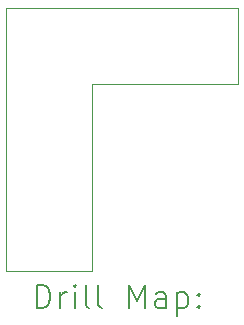
<source format=gbr>
%TF.GenerationSoftware,KiCad,Pcbnew,7.0.8*%
%TF.CreationDate,2024-06-14T11:44:34-04:00*%
%TF.ProjectId,mavnusadapter,6d61766e-7573-4616-9461-707465722e6b,rev?*%
%TF.SameCoordinates,Original*%
%TF.FileFunction,Drillmap*%
%TF.FilePolarity,Positive*%
%FSLAX45Y45*%
G04 Gerber Fmt 4.5, Leading zero omitted, Abs format (unit mm)*
G04 Created by KiCad (PCBNEW 7.0.8) date 2024-06-14 11:44:34*
%MOMM*%
%LPD*%
G01*
G04 APERTURE LIST*
%ADD10C,0.100000*%
%ADD11C,0.200000*%
G04 APERTURE END LIST*
D10*
X3548380Y-2324100D02*
X2313940Y-2324100D01*
X1587500Y-3909060D02*
X1587500Y-1681480D01*
X3548380Y-1681480D02*
X3548380Y-2324100D01*
X1587500Y-1681480D02*
X3548380Y-1681480D01*
X2313940Y-3909060D02*
X1587500Y-3909060D01*
X2313940Y-2324100D02*
X2313940Y-3909060D01*
D11*
X1843277Y-4225544D02*
X1843277Y-4025544D01*
X1843277Y-4025544D02*
X1890896Y-4025544D01*
X1890896Y-4025544D02*
X1919467Y-4035068D01*
X1919467Y-4035068D02*
X1938515Y-4054115D01*
X1938515Y-4054115D02*
X1948039Y-4073163D01*
X1948039Y-4073163D02*
X1957562Y-4111258D01*
X1957562Y-4111258D02*
X1957562Y-4139829D01*
X1957562Y-4139829D02*
X1948039Y-4177925D01*
X1948039Y-4177925D02*
X1938515Y-4196972D01*
X1938515Y-4196972D02*
X1919467Y-4216020D01*
X1919467Y-4216020D02*
X1890896Y-4225544D01*
X1890896Y-4225544D02*
X1843277Y-4225544D01*
X2043277Y-4225544D02*
X2043277Y-4092210D01*
X2043277Y-4130306D02*
X2052801Y-4111258D01*
X2052801Y-4111258D02*
X2062324Y-4101734D01*
X2062324Y-4101734D02*
X2081372Y-4092210D01*
X2081372Y-4092210D02*
X2100420Y-4092210D01*
X2167086Y-4225544D02*
X2167086Y-4092210D01*
X2167086Y-4025544D02*
X2157563Y-4035068D01*
X2157563Y-4035068D02*
X2167086Y-4044591D01*
X2167086Y-4044591D02*
X2176610Y-4035068D01*
X2176610Y-4035068D02*
X2167086Y-4025544D01*
X2167086Y-4025544D02*
X2167086Y-4044591D01*
X2290896Y-4225544D02*
X2271848Y-4216020D01*
X2271848Y-4216020D02*
X2262324Y-4196972D01*
X2262324Y-4196972D02*
X2262324Y-4025544D01*
X2395658Y-4225544D02*
X2376610Y-4216020D01*
X2376610Y-4216020D02*
X2367086Y-4196972D01*
X2367086Y-4196972D02*
X2367086Y-4025544D01*
X2624229Y-4225544D02*
X2624229Y-4025544D01*
X2624229Y-4025544D02*
X2690896Y-4168401D01*
X2690896Y-4168401D02*
X2757563Y-4025544D01*
X2757563Y-4025544D02*
X2757563Y-4225544D01*
X2938515Y-4225544D02*
X2938515Y-4120782D01*
X2938515Y-4120782D02*
X2928991Y-4101734D01*
X2928991Y-4101734D02*
X2909943Y-4092210D01*
X2909943Y-4092210D02*
X2871848Y-4092210D01*
X2871848Y-4092210D02*
X2852801Y-4101734D01*
X2938515Y-4216020D02*
X2919467Y-4225544D01*
X2919467Y-4225544D02*
X2871848Y-4225544D01*
X2871848Y-4225544D02*
X2852801Y-4216020D01*
X2852801Y-4216020D02*
X2843277Y-4196972D01*
X2843277Y-4196972D02*
X2843277Y-4177925D01*
X2843277Y-4177925D02*
X2852801Y-4158877D01*
X2852801Y-4158877D02*
X2871848Y-4149353D01*
X2871848Y-4149353D02*
X2919467Y-4149353D01*
X2919467Y-4149353D02*
X2938515Y-4139829D01*
X3033753Y-4092210D02*
X3033753Y-4292210D01*
X3033753Y-4101734D02*
X3052801Y-4092210D01*
X3052801Y-4092210D02*
X3090896Y-4092210D01*
X3090896Y-4092210D02*
X3109943Y-4101734D01*
X3109943Y-4101734D02*
X3119467Y-4111258D01*
X3119467Y-4111258D02*
X3128991Y-4130306D01*
X3128991Y-4130306D02*
X3128991Y-4187448D01*
X3128991Y-4187448D02*
X3119467Y-4206496D01*
X3119467Y-4206496D02*
X3109943Y-4216020D01*
X3109943Y-4216020D02*
X3090896Y-4225544D01*
X3090896Y-4225544D02*
X3052801Y-4225544D01*
X3052801Y-4225544D02*
X3033753Y-4216020D01*
X3214705Y-4206496D02*
X3224229Y-4216020D01*
X3224229Y-4216020D02*
X3214705Y-4225544D01*
X3214705Y-4225544D02*
X3205182Y-4216020D01*
X3205182Y-4216020D02*
X3214705Y-4206496D01*
X3214705Y-4206496D02*
X3214705Y-4225544D01*
X3214705Y-4101734D02*
X3224229Y-4111258D01*
X3224229Y-4111258D02*
X3214705Y-4120782D01*
X3214705Y-4120782D02*
X3205182Y-4111258D01*
X3205182Y-4111258D02*
X3214705Y-4101734D01*
X3214705Y-4101734D02*
X3214705Y-4120782D01*
M02*

</source>
